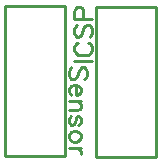
<source format=gto>
G04 DipTrace 3.0.0.0*
G04 TopSilk.gto*
%MOIN*%
G04 #@! TF.FileFunction,Legend,Top*
G04 #@! TF.Part,Single*
%ADD10C,0.009843*%
%ADD23C,0.009264*%
%FSLAX26Y26*%
G04*
G70*
G90*
G75*
G01*
G04 TopSilk*
%LPD*%
X402283Y400709D2*
D10*
X602283D1*
Y900709D1*
X402283D1*
Y400709D1*
X903071Y897165D2*
X703071D1*
Y397165D1*
X903071D1*
Y897165D1*
X631319Y715995D2*
D23*
X691607D1*
X645645Y777566D2*
X639941Y774714D1*
X634171Y768944D1*
X631319Y763241D1*
Y751767D1*
X634171Y745996D1*
X639941Y740293D1*
X645645Y737374D1*
X654267Y734523D1*
X668659Y734522D1*
X677215Y737374D1*
X682985Y740293D1*
X688689Y745996D1*
X691607Y751767D1*
Y763240D1*
X688689Y768944D1*
X682985Y774714D1*
X677215Y777566D1*
X639941Y836285D2*
X634171Y830582D1*
X631319Y821960D1*
Y810486D1*
X634171Y801864D1*
X639941Y796093D1*
X645645D1*
X651415Y799012D1*
X654267Y801864D1*
X657119Y807567D1*
X662889Y824811D1*
X665741Y830582D1*
X668659Y833434D1*
X674363Y836285D1*
X682985D1*
X688689Y830582D1*
X691607Y821960D1*
Y810486D1*
X688689Y801864D1*
X682985Y796093D1*
X662889Y854813D2*
Y880679D1*
X660037Y889234D1*
X657119Y892153D1*
X651415Y895005D1*
X642793D1*
X637089Y892153D1*
X634171Y889234D1*
X631319Y880679D1*
Y854813D1*
X691607Y854812D1*
X665019Y655206D2*
X670789Y660909D1*
X673641Y669531D1*
Y681005D1*
X670789Y689627D1*
X665019Y695398D1*
X659315D1*
X653545Y692479D1*
X650693Y689627D1*
X647841Y683924D1*
X642071Y666680D1*
X639219Y660909D1*
X636301Y658058D1*
X630597Y655206D1*
X621975D1*
X616271Y660910D1*
X613353Y669532D1*
Y681005D1*
X616271Y689627D1*
X621975Y695398D1*
X636301Y636679D2*
Y602257D1*
X642071D1*
X647841Y605109D1*
X650693Y607961D1*
X653545Y613731D1*
Y622353D1*
X650693Y628057D1*
X644923Y633827D1*
X636301Y636679D1*
X630597D1*
X621975Y633827D1*
X616271Y628057D1*
X613353Y622353D1*
Y613731D1*
X616271Y607961D1*
X621975Y602257D1*
X653545Y583730D2*
X613353D1*
X642071D2*
X650693Y575108D1*
X653545Y569337D1*
Y560782D1*
X650693Y555012D1*
X642071Y552160D1*
X613353D1*
X644923Y502063D2*
X650693Y504915D1*
X653545Y513537D1*
Y522159D1*
X650693Y530781D1*
X644923Y533633D1*
X639219Y530781D1*
X636301Y525011D1*
X633449Y510685D1*
X630597Y504915D1*
X624827Y502063D1*
X621975D1*
X616271Y504915D1*
X613353Y513537D1*
Y522159D1*
X616271Y530781D1*
X621975Y533633D1*
X653545Y469210D2*
X650693Y474914D1*
X644923Y480684D1*
X636301Y483536D1*
X630597D1*
X621975Y480684D1*
X616271Y474914D1*
X613353Y469210D1*
Y460588D1*
X616271Y454818D1*
X621975Y449114D1*
X630597Y446195D1*
X636301D1*
X644923Y449114D1*
X650693Y454818D1*
X653545Y460588D1*
Y469210D1*
Y427668D2*
X613353D1*
X636301D2*
X644923Y424750D1*
X650693Y419046D1*
X653545Y413276D1*
Y404654D1*
M02*

</source>
